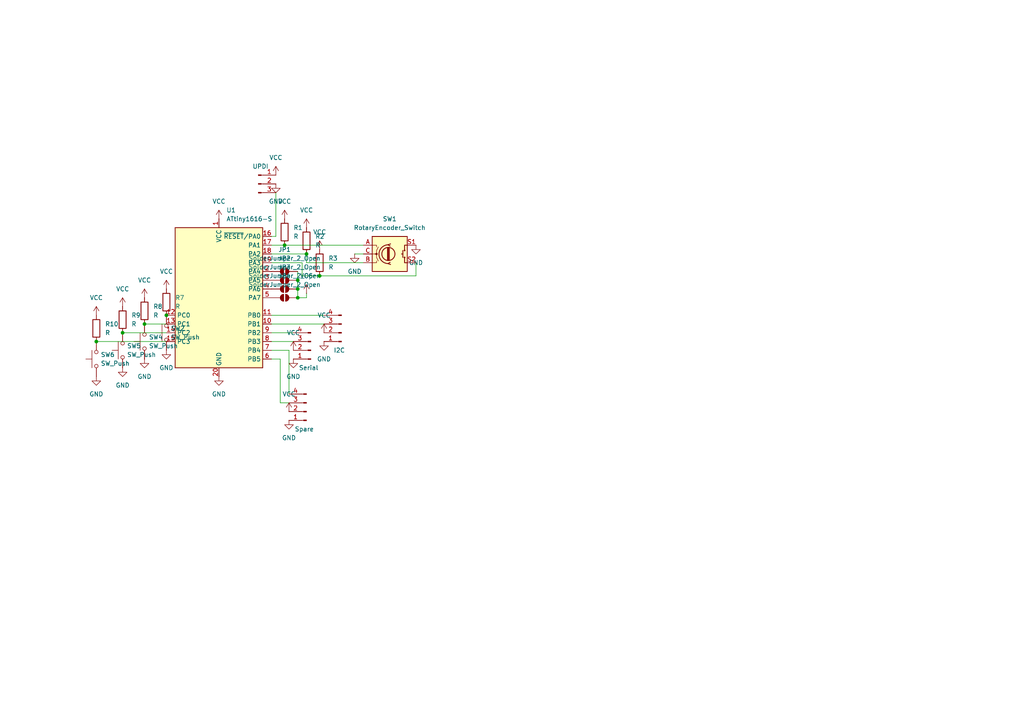
<source format=kicad_sch>
(kicad_sch (version 20250114) (generator "eeschema") (generator_version "9.0")
  (paper "A4")
  (lib_symbols
    (symbol "Connector:Conn_01x03_Pin" (pin_names (offset 1.016) (hide yes))
      (property "Reference" "J" (at 0 5.08 0))
      (property "Value" "Conn_01x03_Pin" (at 0 -5.08 0))
      (symbol "Conn_01x03_Pin_1_1"
        (rectangle (start 0.8636 2.667) (end 0 2.413) (stroke (width 0.1524)) (fill (type outline)))
        (rectangle (start 0.8636 0.127) (end 0 -0.127) (stroke (width 0.1524)) (fill (type outline)))
        (rectangle (start 0.8636 -2.413) (end 0 -2.667) (stroke (width 0.1524)) (fill (type outline)))
        (polyline (pts (xy 1.27 2.54) (xy 0.8636 2.54)) (stroke (width 0.1524)))
        (polyline (pts (xy 1.27 0) (xy 0.8636 0)) (stroke (width 0.1524)))
        (polyline (pts (xy 1.27 -2.54) (xy 0.8636 -2.54)) (stroke (width 0.1524)))
        (pin passive line (at 5.08 2.54 180) (length 3.81) (name "Pin_1") (number "1"))
        (pin passive line (at 5.08 0 180) (length 3.81) (name "Pin_2") (number "2"))
        (pin passive line (at 5.08 -2.54 180) (length 3.81) (name "Pin_3") (number "3"))
      )
    )
    (symbol "Connector:Conn_01x04_Pin" (pin_names (offset 1.016) (hide yes))
      (property "Reference" "J" (at 0 5.08 0))
      (property "Value" "Conn_01x04_Pin" (at 0 -7.62 0))
      (symbol "Conn_01x04_Pin_1_1"
        (rectangle (start 0.8636 2.667) (end 0 2.413) (stroke (width 0.1524)) (fill (type outline)))
        (rectangle (start 0.8636 0.127) (end 0 -0.127) (stroke (width 0.1524)) (fill (type outline)))
        (rectangle (start 0.8636 -2.413) (end 0 -2.667) (stroke (width 0.1524)) (fill (type outline)))
        (rectangle (start 0.8636 -4.953) (end 0 -5.207) (stroke (width 0.1524)) (fill (type outline)))
        (polyline (pts (xy 1.27 2.54) (xy 0.8636 2.54)) (stroke (width 0.1524)))
        (polyline (pts (xy 1.27 0) (xy 0.8636 0)) (stroke (width 0.1524)))
        (polyline (pts (xy 1.27 -2.54) (xy 0.8636 -2.54)) (stroke (width 0.1524)))
        (polyline (pts (xy 1.27 -5.08) (xy 0.8636 -5.08)) (stroke (width 0.1524)))
        (pin passive line (at 5.08 2.54 180) (length 3.81) (name "Pin_1") (number "1"))
        (pin passive line (at 5.08 0 180) (length 3.81) (name "Pin_2") (number "2"))
        (pin passive line (at 5.08 -2.54 180) (length 3.81) (name "Pin_3") (number "3"))
        (pin passive line (at 5.08 -5.08 180) (length 3.81) (name "Pin_4") (number "4"))
      )
    )
    (symbol "Device:R" (pin_numbers (hide yes)) (pin_names (offset 0))
      (property "Reference" "R" (at 2.032 0 90))
      (property "Value" "R" (at 0 0 90))
      (symbol "R_0_1"
        (rectangle (start -1.016 -2.54) (end 1.016 2.54) (stroke (width 0.254)))
      )
      (symbol "R_1_1"
        (pin passive line (at 0 3.81 270) (length 1.27) (name "~") (number "1"))
        (pin passive line (at 0 -3.81 90) (length 1.27) (name "~") (number "2"))
      )
    )
    (symbol "Device:RotaryEncoder_Switch" (pin_names (offset 0.254) (hide yes))
      (property "Reference" "SW" (at 0 6.604 0))
      (property "Value" "RotaryEncoder_Switch" (at 0 -6.604 0))
      (symbol "RotaryEncoder_Switch_0_1"
        (rectangle (start -5.08 5.08) (end 5.08 -5.08) (stroke (width 0.254)) (fill (type background)))
        (polyline (pts (xy -5.08 2.54) (xy -3.81 2.54) (xy -3.81 2.032)))
        (polyline (pts (xy -5.08 0) (xy -3.81 0) (xy -3.81 -1.016) (xy -3.302 -2.032)))
        (polyline (pts (xy -5.08 -2.54) (xy -3.81 -2.54) (xy -3.81 -2.032)))
        (polyline (pts (xy -4.318 0) (xy -3.81 0) (xy -3.81 1.016) (xy -3.302 2.032)))
        (circle (center -3.81 0) (radius 0.254) (fill (type outline)))
        (polyline (pts (xy -0.635 -1.778) (xy -0.635 1.778)) (stroke (width 0.254)))
        (circle (center -0.381 0) (radius 1.905) (stroke (width 0.254)))
        (polyline (pts (xy -0.381 -1.778) (xy -0.381 1.778)) (stroke (width 0.254)))
        (arc (start -0.381 -2.794) (mid -3.0988 -0.0635) (end -0.381 2.667) (stroke (width 0.254)))
        (polyline (pts (xy -0.127 1.778) (xy -0.127 -1.778)) (stroke (width 0.254)))
        (polyline (pts (xy 0.254 2.921) (xy -0.508 2.667) (xy 0.127 2.286)) (stroke (width 0.254)))
        (polyline (pts (xy 0.254 -3.048) (xy -0.508 -2.794) (xy 0.127 -2.413)) (stroke (width 0.254)))
        (polyline (pts (xy 3.81 1.016) (xy 3.81 -1.016)) (stroke (width 0.254)))
        (polyline (pts (xy 3.81 0) (xy 3.429 0)) (stroke (width 0.254)))
        (circle (center 4.318 1.016) (radius 0.127) (stroke (width 0.254)))
        (circle (center 4.318 -1.016) (radius 0.127) (stroke (width 0.254)))
        (polyline (pts (xy 5.08 2.54) (xy 4.318 2.54) (xy 4.318 1.016)) (stroke (width 0.254)))
        (polyline (pts (xy 5.08 -2.54) (xy 4.318 -2.54) (xy 4.318 -1.016)) (stroke (width 0.254)))
      )
      (symbol "RotaryEncoder_Switch_1_1"
        (pin passive line (at -7.62 2.54 0) (length 2.54) (name "A") (number "A"))
        (pin passive line (at -7.62 0 0) (length 2.54) (name "C") (number "C"))
        (pin passive line (at -7.62 -2.54 0) (length 2.54) (name "B") (number "B"))
        (pin passive line (at 7.62 2.54 180) (length 2.54) (name "S1") (number "S1"))
        (pin passive line (at 7.62 -2.54 180) (length 2.54) (name "S2") (number "S2"))
      )
    )
    (symbol "Jumper:SolderJumper_2_Open" (pin_numbers (hide yes)) (pin_names (offset 0) (hide yes)) (in_bom no)
      (property "Reference" "JP" (at 0 2.032 0))
      (property "Value" "SolderJumper_2_Open" (at 0 -2.54 0))
      (symbol "SolderJumper_2_Open_0_1"
        (polyline (pts (xy -0.254 1.016) (xy -0.254 -1.016)))
        (arc (start -0.254 -1.016) (mid -1.2656 0) (end -0.254 1.016))
        (arc (start -0.254 -1.016) (mid -1.2656 0) (end -0.254 1.016) (fill (type outline)))
        (arc (start 0.254 1.016) (mid 1.2656 0) (end 0.254 -1.016))
        (arc (start 0.254 1.016) (mid 1.2656 0) (end 0.254 -1.016) (fill (type outline)))
        (polyline (pts (xy 0.254 1.016) (xy 0.254 -1.016)))
      )
      (symbol "SolderJumper_2_Open_1_1"
        (pin passive line (at -3.81 0 0) (length 2.54) (name "A") (number "1"))
        (pin passive line (at 3.81 0 180) (length 2.54) (name "B") (number "2"))
      )
    )
    (symbol "MCU_Microchip_ATtiny:ATtiny1616-S"
      (property "Reference" "U" (at -12.7 21.59 0))
      (property "Value" "ATtiny1616-S" (at 2.54 -21.59 0))
      (symbol "ATtiny1616-S_0_1"
        (rectangle (start -12.7 -20.32) (end 12.7 20.32) (stroke (width 0.254)) (fill (type background)))
      )
      (symbol "ATtiny1616-S_1_1"
        (pin bidirectional line (at -15.24 -5.08 0) (length 2.54) (name "PC0") (number "12"))
        (pin bidirectional line (at -15.24 -7.62 0) (length 2.54) (name "PC1") (number "13"))
        (pin bidirectional line (at -15.24 -10.16 0) (length 2.54) (name "PC2") (number "14"))
        (pin bidirectional line (at -15.24 -12.7 0) (length 2.54) (name "PC3") (number "15"))
        (pin power_in line (at 0 22.86 270) (length 2.54) (name "VCC") (number "1"))
        (pin power_in line (at 0 -22.86 90) (length 2.54) (name "GND") (number "20"))
        (pin bidirectional line (at 15.24 17.78 180) (length 2.54) (name "~{RESET}/PA0") (number "16"))
        (pin bidirectional line (at 15.24 15.24 180) (length 2.54) (name "PA1") (number "17"))
        (pin bidirectional line (at 15.24 12.7 180) (length 2.54) (name "PA2") (number "18"))
        (pin bidirectional line (at 15.24 10.16 180) (length 2.54) (name "PA3") (number "19"))
        (pin bidirectional line (at 15.24 7.62 180) (length 2.54) (name "PA4") (number "2"))
        (pin bidirectional line (at 15.24 5.08 180) (length 2.54) (name "PA5") (number "3"))
        (pin bidirectional line (at 15.24 2.54 180) (length 2.54) (name "PA6") (number "4"))
        (pin bidirectional line (at 15.24 0 180) (length 2.54) (name "PA7") (number "5"))
        (pin bidirectional line (at 15.24 -5.08 180) (length 2.54) (name "PB0") (number "11"))
        (pin bidirectional line (at 15.24 -7.62 180) (length 2.54) (name "PB1") (number "10"))
        (pin bidirectional line (at 15.24 -10.16 180) (length 2.54) (name "PB2") (number "9"))
        (pin bidirectional line (at 15.24 -12.7 180) (length 2.54) (name "PB3") (number "8"))
        (pin bidirectional line (at 15.24 -15.24 180) (length 2.54) (name "PB4") (number "7"))
        (pin bidirectional line (at 15.24 -17.78 180) (length 2.54) (name "PB5") (number "6"))
      )
    )
    (symbol "Switch:SW_Push" (pin_numbers (hide yes)) (pin_names (offset 1.016) (hide yes))
      (property "Reference" "SW" (at 1.27 2.54 0))
      (property "Value" "SW_Push" (at 0 -1.524 0))
      (symbol "SW_Push_0_1"
        (circle (center -2.032 0) (radius 0.508))
        (polyline (pts (xy 0 1.27) (xy 0 3.048)))
        (circle (center 2.032 0) (radius 0.508))
        (polyline (pts (xy 2.54 1.27) (xy -2.54 1.27)))
        (pin passive line (at -5.08 0 0) (length 2.54) (name "1") (number "1"))
        (pin passive line (at 5.08 0 180) (length 2.54) (name "2") (number "2"))
      )
    )
    (symbol "power:GND" (power) (pin_numbers (hide yes)) (pin_names (offset 0) (hide yes))
      (property "Value" "GND" (at 0 -3.81 0))
      (symbol "GND_0_1"
        (polyline (pts (xy 0 0) (xy 0 -1.27) (xy 1.27 -1.27) (xy 0 -2.54) (xy -1.27 -1.27) (xy 0 -1.27)))
      )
      (symbol "GND_1_1"
        (pin power_in line (at 0 0 270) (length 0) (name "~") (number "1"))
      )
    )
    (symbol "power:VCC" (power) (pin_numbers (hide yes)) (pin_names (offset 0) (hide yes))
      (property "Value" "VCC" (at 0 3.556 0))
      (symbol "VCC_0_1"
        (polyline (pts (xy -0.762 1.27) (xy 0 2.54)))
        (polyline (pts (xy 0 2.54) (xy 0.762 1.27)))
        (polyline (pts (xy 0 0) (xy 0 2.54)))
      )
      (symbol "VCC_1_1"
        (pin power_in line (at 0 0 90) (length 0) (name "~") (number "1"))
      )
    )
  )
  (junction (at 88.9 73.66))
  (junction (at 92.71 80.01))
  (junction (at 35.56 96.52))
  (junction (at 86.36 83.82))
  (junction (at 86.36 81.28))
  (junction (at 82.55 71.12))
  (junction (at 41.91 93.98))
  (junction (at 48.26 91.44))
  (junction (at 86.36 86.36))
  (junction (at 27.94 99.06))
  (wire (pts (xy 86.36 78.74) (xy 86.36 81.28)))
  (wire (pts (xy 78.74 96.52) (xy 85.09 96.52)))
  (wire (pts (xy 80.01 68.58) (xy 80.01 55.88)))
  (wire (pts (xy 27.94 99.06) (xy 48.26 99.06)))
  (wire (pts (xy 78.74 93.98) (xy 93.98 93.98)))
  (wire (pts (xy 102.87 73.66) (xy 105.41 73.66)))
  (wire (pts (xy 41.91 93.98) (xy 48.26 93.98)))
  (wire (pts (xy 35.56 96.52) (xy 48.26 96.52)))
  (wire (pts (xy 78.74 91.44) (xy 93.98 91.44)))
  (wire (pts (xy 81.28 104.14) (xy 78.74 104.14)))
  (wire (pts (xy 78.74 73.66) (xy 88.9 73.66)))
  (wire (pts (xy 86.36 86.36) (xy 88.9 86.36)))
  (wire (pts (xy 86.36 81.28) (xy 86.36 83.82)))
  (wire (pts (xy 82.55 71.12) (xy 105.41 71.12)))
  (wire (pts (xy 88.9 86.36) (xy 88.9 85.09)))
  (wire (pts (xy 120.65 76.2) (xy 120.65 80.01)))
  (wire (pts (xy 78.74 71.12) (xy 82.55 71.12)))
  (wire (pts (xy 81.28 116.84) (xy 81.28 104.14)))
  (wire (pts (xy 105.41 76.2) (xy 88.9 76.2)))
  (wire (pts (xy 78.74 101.6) (xy 83.82 101.6)))
  (wire (pts (xy 78.74 68.58) (xy 80.01 68.58)))
  (wire (pts (xy 87.63 80.01) (xy 87.63 76.2)))
  (wire (pts (xy 83.82 101.6) (xy 83.82 114.3)))
  (wire (pts (xy 87.63 76.2) (xy 78.74 76.2)))
  (wire (pts (xy 92.71 80.01) (xy 87.63 80.01)))
  (wire (pts (xy 86.36 83.82) (xy 86.36 86.36)))
  (wire (pts (xy 83.82 116.84) (xy 81.28 116.84)))
  (wire (pts (xy 78.74 99.06) (xy 85.09 99.06)))
  (wire (pts (xy 120.65 80.01) (xy 92.71 80.01)))
  (wire (pts (xy 88.9 76.2) (xy 88.9 73.66)))
  (symbol (lib_id "Connector:Conn_01x03_Pin") (at 74.93 53.34 0) (unit 1)
    (property "Reference" "J1" (effects (hide yes)))
    (property "Value" "UPDI" (at 75.565 48.26 0))
    (property "Footprint" "Connector_PinHeader_2.54mm:PinHeader_1x03_P2.54mm_Vertical" (effects (hide yes)))
    (property "Description" "Generic connector, single row, 01x03, script generated" (effects (hide yes)))
  )
  (symbol (lib_id "power:VCC") (at 88.9 85.09 0) (unit 1)
    (property "Reference" "#PWR03" (effects (hide yes)))
    (property "Value" "VCC" (at 88.9 80.01 0))
    (property "Description" "Power symbol creates a global label with name \"VCC\"" (effects (hide yes)))
  )
  (symbol (lib_id "Device:R") (at 92.71 76.2 0) (unit 1)
    (property "Reference" "R3" (at 95.25 74.9299 0) (effects (justify left)))
    (property "Value" "R" (at 95.25 77.4699 0) (effects (justify left)))
    (property "Footprint" "Resistor_THT:R_Axial_DIN0207_L6.3mm_D2.5mm_P7.62mm_Horizontal" (effects (hide yes)))
    (property "Description" "Resistor" (effects (hide yes)))
  )
  (symbol (lib_id "power:GND") (at 85.09 104.14 0) (unit 1)
    (property "Reference" "#PWR010" (effects (hide yes)))
    (property "Value" "GND" (at 85.09 109.22 0))
    (property "Description" "Power symbol creates a global label with name \"GND\" , ground" (effects (hide yes)))
  )
  (symbol (lib_id "Device:RotaryEncoder_Switch") (at 113.03 73.66 0) (unit 1)
    (property "Reference" "SW1" (at 113.03 63.5 0))
    (property "Value" "RotaryEncoder_Switch" (at 113.03 66.04 0))
    (property "Footprint" "Rotary_Encoder:RotaryEncoder_Alps_EC11E-Switch_Vertical_H20mm" (effects (hide yes)))
    (property "Description" "Rotary encoder, dual channel, incremental quadrate outputs, with switch" (effects (hide yes)))
  )
  (symbol (lib_id "Connector:Conn_01x04_Pin") (at 90.17 101.6 180) (unit 1)
    (property "Reference" "J3" (effects (hide yes)))
    (property "Value" "Serial" (at 89.535 106.68 0))
    (property "Footprint" "Connector_PinHeader_2.54mm:PinHeader_1x04_P2.54mm_Vertical" (effects (hide yes)))
    (property "Description" "Generic connector, single row, 01x04, script generated" (effects (hide yes)))
  )
  (symbol (lib_id "power:VCC") (at 93.98 96.52 0) (unit 1)
    (property "Reference" "#PWR07" (effects (hide yes)))
    (property "Value" "VCC" (at 93.98 91.44 0))
    (property "Description" "Power symbol creates a global label with name \"VCC\"" (effects (hide yes)))
  )
  (symbol (lib_id "power:GND") (at 80.01 53.34 0) (unit 1)
    (property "Reference" "#PWR04" (effects (hide yes)))
    (property "Value" "GND" (at 80.01 58.42 0))
    (property "Description" "Power symbol creates a global label with name \"GND\" , ground" (effects (hide yes)))
  )
  (symbol (lib_id "Jumper:SolderJumper_2_Open") (at 82.55 83.82 0) (unit 1) (in_bom no)
    (property "Reference" "JP3" (at 82.55 77.47 0))
    (property "Value" "SolderJumper_2_Open" (at 82.55 80.01 0))
    (property "Footprint" "Jumper:SolderJumper-2_P1.3mm_Open_Pad1.0x1.5mm" (effects (hide yes)))
    (property "Description" "Solder Jumper, 2-pole, open" (effects (hide yes)))
  )
  (symbol (lib_id "Device:R") (at 41.91 90.17 0) (unit 1)
    (property "Reference" "R8" (at 44.45 88.8999 0) (effects (justify left)))
    (property "Value" "R" (at 44.45 91.4399 0) (effects (justify left)))
    (property "Footprint" "Resistor_THT:R_Axial_DIN0207_L6.3mm_D2.5mm_P7.62mm_Horizontal" (effects (hide yes)))
    (property "Description" "Resistor" (effects (hide yes)))
  )
  (symbol (lib_id "Switch:SW_Push") (at 27.94 104.14 90) (unit 1)
    (property "Reference" "SW6" (at 29.21 102.8699 90) (effects (justify right)))
    (property "Value" "SW_Push" (at 29.21 105.4099 90) (effects (justify right)))
    (property "Footprint" "Button_Switch_THT:SW_PUSH_6mm" (effects (hide yes)))
    (property "Description" "Push button switch, generic, two pins" (effects (hide yes)))
  )
  (symbol (lib_id "Device:R") (at 35.56 92.71 0) (unit 1)
    (property "Reference" "R9" (at 38.1 91.4399 0) (effects (justify left)))
    (property "Value" "R" (at 38.1 93.9799 0) (effects (justify left)))
    (property "Footprint" "Resistor_THT:R_Axial_DIN0207_L6.3mm_D2.5mm_P7.62mm_Horizontal" (effects (hide yes)))
    (property "Description" "Resistor" (effects (hide yes)))
  )
  (symbol (lib_id "power:VCC") (at 41.91 86.36 0) (unit 1)
    (property "Reference" "#PWR021" (effects (hide yes)))
    (property "Value" "VCC" (at 41.91 81.28 0))
    (property "Description" "Power symbol creates a global label with name \"VCC\"" (effects (hide yes)))
  )
  (symbol (lib_id "Switch:SW_Push") (at 41.91 99.06 90) (unit 1)
    (property "Reference" "SW4" (at 43.18 97.7899 90) (effects (justify right)))
    (property "Value" "SW_Push" (at 43.18 100.3299 90) (effects (justify right)))
    (property "Footprint" "Button_Switch_THT:SW_PUSH_6mm" (effects (hide yes)))
    (property "Description" "Push button switch, generic, two pins" (effects (hide yes)))
  )
  (symbol (lib_id "Connector:Conn_01x04_Pin") (at 88.9 119.38 180) (unit 1)
    (property "Reference" "J4" (effects (hide yes)))
    (property "Value" "Spare" (at 88.265 124.46 0))
    (property "Footprint" "Connector_PinHeader_2.54mm:PinHeader_1x04_P2.54mm_Vertical" (effects (hide yes)))
    (property "Description" "Generic connector, single row, 01x04, script generated" (effects (hide yes)))
  )
  (symbol (lib_id "power:VCC") (at 83.82 119.38 0) (unit 1)
    (property "Reference" "#PWR015" (effects (hide yes)))
    (property "Value" "VCC" (at 83.82 114.3 0))
    (property "Description" "Power symbol creates a global label with name \"VCC\"" (effects (hide yes)))
  )
  (symbol (lib_id "power:GND") (at 48.26 101.6 0) (unit 1)
    (property "Reference" "#PWR024" (effects (hide yes)))
    (property "Value" "GND" (at 48.26 106.68 0))
    (property "Description" "Power symbol creates a global label with name \"GND\" , ground" (effects (hide yes)))
  )
  (symbol (lib_id "Device:R") (at 88.9 69.85 0) (unit 1)
    (property "Reference" "R2" (at 91.44 68.5799 0) (effects (justify left)))
    (property "Value" "R" (at 91.44 71.1199 0) (effects (justify left)))
    (property "Footprint" "Resistor_THT:R_Axial_DIN0207_L6.3mm_D2.5mm_P7.62mm_Horizontal" (effects (hide yes)))
    (property "Description" "Resistor" (effects (hide yes)))
  )
  (symbol (lib_id "power:GND") (at 27.94 109.22 0) (unit 1)
    (property "Reference" "#PWR027" (effects (hide yes)))
    (property "Value" "GND" (at 27.94 114.3 0))
    (property "Description" "Power symbol creates a global label with name \"GND\" , ground" (effects (hide yes)))
  )
  (symbol (lib_id "Device:R") (at 82.55 67.31 0) (unit 1)
    (property "Reference" "R1" (at 85.09 66.0399 0) (effects (justify left)))
    (property "Value" "R" (at 85.09 68.5799 0) (effects (justify left)))
    (property "Footprint" "Resistor_THT:R_Axial_DIN0207_L6.3mm_D2.5mm_P7.62mm_Horizontal" (effects (hide yes)))
    (property "Description" "Resistor" (effects (hide yes)))
  )
  (symbol (lib_id "power:VCC") (at 27.94 91.44 0) (unit 1)
    (property "Reference" "#PWR023" (effects (hide yes)))
    (property "Value" "VCC" (at 27.94 86.36 0))
    (property "Description" "Power symbol creates a global label with name \"VCC\"" (effects (hide yes)))
  )
  (symbol (lib_id "power:VCC") (at 92.71 72.39 0) (unit 1)
    (property "Reference" "#PWR013" (effects (hide yes)))
    (property "Value" "VCC" (at 92.71 67.31 0))
    (property "Description" "Power symbol creates a global label with name \"VCC\"" (effects (hide yes)))
  )
  (symbol (lib_id "power:VCC") (at 35.56 88.9 0) (unit 1)
    (property "Reference" "#PWR022" (effects (hide yes)))
    (property "Value" "VCC" (at 35.56 83.82 0))
    (property "Description" "Power symbol creates a global label with name \"VCC\"" (effects (hide yes)))
  )
  (symbol (lib_id "Jumper:SolderJumper_2_Open") (at 82.55 81.28 0) (unit 1) (in_bom no)
    (property "Reference" "JP2" (at 82.55 74.93 0))
    (property "Value" "SolderJumper_2_Open" (at 82.55 77.47 0))
    (property "Footprint" "Jumper:SolderJumper-2_P1.3mm_Open_Pad1.0x1.5mm" (effects (hide yes)))
    (property "Description" "Solder Jumper, 2-pole, open" (effects (hide yes)))
  )
  (symbol (lib_id "power:GND") (at 93.98 99.06 0) (unit 1)
    (property "Reference" "#PWR08" (effects (hide yes)))
    (property "Value" "GND" (at 93.98 104.14 0))
    (property "Description" "Power symbol creates a global label with name \"GND\" , ground" (effects (hide yes)))
  )
  (symbol (lib_id "power:GND") (at 120.65 71.12 0) (unit 1)
    (property "Reference" "#PWR014" (effects (hide yes)))
    (property "Value" "GND" (at 120.65 76.2 0))
    (property "Description" "Power symbol creates a global label with name \"GND\" , ground" (effects (hide yes)))
  )
  (symbol (lib_id "power:GND") (at 35.56 106.68 0) (unit 1)
    (property "Reference" "#PWR026" (effects (hide yes)))
    (property "Value" "GND" (at 35.56 111.76 0))
    (property "Description" "Power symbol creates a global label with name \"GND\" , ground" (effects (hide yes)))
  )
  (symbol (lib_id "Device:R") (at 27.94 95.25 0) (unit 1)
    (property "Reference" "R10" (at 30.48 93.9799 0) (effects (justify left)))
    (property "Value" "R" (at 30.48 96.5199 0) (effects (justify left)))
    (property "Footprint" "Resistor_THT:R_Axial_DIN0207_L6.3mm_D2.5mm_P7.62mm_Horizontal" (effects (hide yes)))
    (property "Description" "Resistor" (effects (hide yes)))
  )
  (symbol (lib_id "power:VCC") (at 82.55 63.5 0) (unit 1)
    (property "Reference" "#PWR011" (effects (hide yes)))
    (property "Value" "VCC" (at 82.55 58.42 0))
    (property "Description" "Power symbol creates a global label with name \"VCC\"" (effects (hide yes)))
  )
  (symbol (lib_id "power:VCC") (at 85.09 101.6 0) (unit 1)
    (property "Reference" "#PWR09" (effects (hide yes)))
    (property "Value" "VCC" (at 85.09 96.52 0))
    (property "Description" "Power symbol creates a global label with name \"VCC\"" (effects (hide yes)))
  )
  (symbol (lib_id "MCU_Microchip_ATtiny:ATtiny1616-S") (at 63.5 86.36 0) (unit 1)
    (property "Reference" "U1" (at 65.6433 60.96 0) (effects (justify left)))
    (property "Value" "ATtiny1616-S" (at 65.6433 63.5 0) (effects (justify left)))
    (property "Footprint" "Package_SO:SOIC-20W_7.5x12.8mm_P1.27mm" (effects (hide yes)))
    (property "Datasheet" "http://ww1.microchip.com/downloads/en/DeviceDoc/ATtiny3216_ATtiny1616-data-sheet-40001997B.pdf" (effects (hide yes)))
    (property "Description" "20MHz, 16kB Flash, 2kB SRAM, 256B EEPROM, SOIC-20" (effects (hide yes)))
  )
  (symbol (lib_id "power:GND") (at 63.5 109.22 0) (unit 1)
    (property "Reference" "#PWR02" (effects (hide yes)))
    (property "Value" "GND" (at 63.5 114.3 0))
    (property "Description" "Power symbol creates a global label with name \"GND\" , ground" (effects (hide yes)))
  )
  (symbol (lib_id "power:VCC") (at 80.01 50.8 0) (unit 1)
    (property "Reference" "#PWR05" (effects (hide yes)))
    (property "Value" "VCC" (at 80.01 45.72 0))
    (property "Description" "Power symbol creates a global label with name \"VCC\"" (effects (hide yes)))
  )
  (symbol (lib_id "power:GND") (at 83.82 121.92 0) (unit 1)
    (property "Reference" "#PWR016" (effects (hide yes)))
    (property "Value" "GND" (at 83.82 127 0))
    (property "Description" "Power symbol creates a global label with name \"GND\" , ground" (effects (hide yes)))
  )
  (symbol (lib_id "Connector:Conn_01x04_Pin") (at 99.06 96.52 180) (unit 1)
    (property "Reference" "J2" (effects (hide yes)))
    (property "Value" "I2C" (at 98.425 101.6 0))
    (property "Footprint" "Connector_PinHeader_2.54mm:PinHeader_1x04_P2.54mm_Vertical" (effects (hide yes)))
    (property "Description" "Generic connector, single row, 01x04, script generated" (effects (hide yes)))
  )
  (symbol (lib_id "power:VCC") (at 88.9 66.04 0) (unit 1)
    (property "Reference" "#PWR012" (effects (hide yes)))
    (property "Value" "VCC" (at 88.9 60.96 0))
    (property "Description" "Power symbol creates a global label with name \"VCC\"" (effects (hide yes)))
  )
  (symbol (lib_id "power:VCC") (at 48.26 83.82 0) (unit 1)
    (property "Reference" "#PWR020" (effects (hide yes)))
    (property "Value" "VCC" (at 48.26 78.74 0))
    (property "Description" "Power symbol creates a global label with name \"VCC\"" (effects (hide yes)))
  )
  (symbol (lib_id "power:VCC") (at 63.5 63.5 0) (unit 1)
    (property "Reference" "#PWR06" (effects (hide yes)))
    (property "Value" "VCC" (at 63.5 58.42 0))
    (property "Description" "Power symbol creates a global label with name \"VCC\"" (effects (hide yes)))
  )
  (symbol (lib_id "power:GND") (at 102.87 73.66 0) (unit 1)
    (property "Reference" "#PWR01" (effects (hide yes)))
    (property "Value" "GND" (at 102.87 78.74 0))
    (property "Description" "Power symbol creates a global label with name \"GND\" , ground" (effects (hide yes)))
  )
  (symbol (lib_id "Device:R") (at 48.26 87.63 0) (unit 1)
    (property "Reference" "R7" (at 50.8 86.3599 0) (effects (justify left)))
    (property "Value" "R" (at 50.8 88.8999 0) (effects (justify left)))
    (property "Footprint" "Resistor_THT:R_Axial_DIN0207_L6.3mm_D2.5mm_P7.62mm_Horizontal" (effects (hide yes)))
    (property "Description" "Resistor" (effects (hide yes)))
  )
  (symbol (lib_id "power:GND") (at 41.91 104.14 0) (unit 1)
    (property "Reference" "#PWR025" (effects (hide yes)))
    (property "Value" "GND" (at 41.91 109.22 0))
    (property "Description" "Power symbol creates a global label with name \"GND\" , ground" (effects (hide yes)))
  )
  (symbol (lib_id "Jumper:SolderJumper_2_Open") (at 82.55 78.74 0) (unit 1) (in_bom no)
    (property "Reference" "JP1" (at 82.55 72.39 0))
    (property "Value" "SolderJumper_2_Open" (at 82.55 74.93 0))
    (property "Footprint" "Jumper:SolderJumper-2_P1.3mm_Open_Pad1.0x1.5mm" (effects (hide yes)))
    (property "Description" "Solder Jumper, 2-pole, open" (effects (hide yes)))
  )
  (symbol (lib_id "Switch:SW_Push") (at 48.26 96.52 90) (unit 1)
    (property "Reference" "SW2" (at 49.53 95.2499 90) (effects (justify right)))
    (property "Value" "SW_Push" (at 49.53 97.7899 90) (effects (justify right)))
    (property "Footprint" "Button_Switch_THT:SW_PUSH_6mm" (effects (hide yes)))
    (property "Description" "Push button switch, generic, two pins" (effects (hide yes)))
  )
  (symbol (lib_id "Switch:SW_Push") (at 35.56 101.6 90) (unit 1)
    (property "Reference" "SW5" (at 36.83 100.3299 90) (effects (justify right)))
    (property "Value" "SW_Push" (at 36.83 102.8699 90) (effects (justify right)))
    (property "Footprint" "Button_Switch_THT:SW_PUSH_6mm" (effects (hide yes)))
    (property "Description" "Push button switch, generic, two pins" (effects (hide yes)))
  )
  (symbol (lib_id "Jumper:SolderJumper_2_Open") (at 82.55 86.36 0) (unit 1) (in_bom no)
    (property "Reference" "JP4" (at 82.55 80.01 0))
    (property "Value" "SolderJumper_2_Open" (at 82.55 82.55 0))
    (property "Footprint" "Jumper:SolderJumper-2_P1.3mm_Open_Pad1.0x1.5mm" (effects (hide yes)))
    (property "Description" "Solder Jumper, 2-pole, open" (effects (hide yes)))
  )
)
</source>
